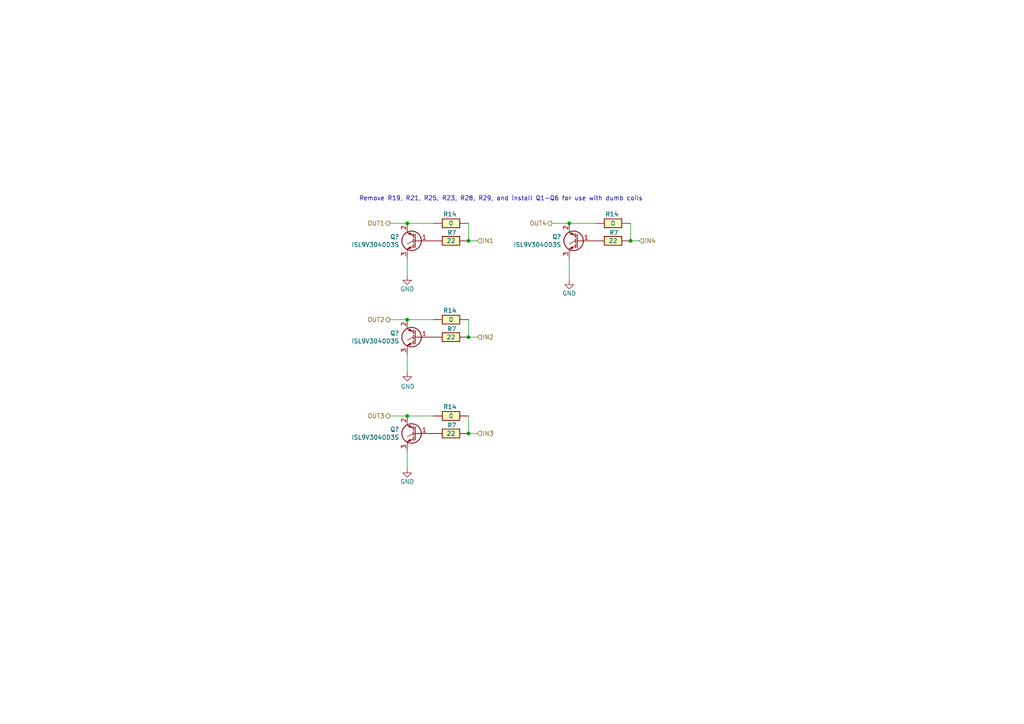
<source format=kicad_sch>
(kicad_sch (version 20230121) (generator eeschema)
  (paper "A4")
  (title_block (title "UAEFI Ignition") (date "2023-11-01") (company "rusefi.com"))
  (lib_symbols
    (symbol "Device:Q_NIGBT_GCE" (pin_names (offset 0) hide)
      (property "Reference" "Q" (at 5.08 1.27 0))
      (property "Value" "Q_NIGBT_GCE" (at 5.08 -1.27 0))
      (symbol "Q_NIGBT_GCE_0_1"
        (polyline (pts (xy 0.762 -1.016) (xy 0.762 -2.032)) (stroke (width 0.254)))
        (polyline (pts (xy 0.762 0.508) (xy 0.762 -0.508)) (stroke (width 0.254)))
        (polyline (pts (xy 0.762 2.032) (xy 0.762 1.016)) (stroke (width 0.254)))
        (polyline (pts (xy 2.54 -2.413) (xy 0.762 -1.524)))
        (polyline (pts (xy 2.54 -0.889) (xy 0.762 0)))
        (polyline (pts (xy 2.54 2.413) (xy 0.762 1.524)))
        (polyline (pts (xy 0.254 1.905) (xy 0.254 -1.905) (xy 0.254 -1.905)) (stroke (width 0.254)))
        (polyline (pts (xy 1.397 -2.159) (xy 1.651 -1.651) (xy 2.54 -2.413) (xy 1.397 -2.159)) (fill (type outline)))
        (polyline (pts (xy 2.159 1.905) (xy 1.905 2.413) (xy 1.016 1.651) (xy 2.159 1.905)) (fill (type outline)))
        (circle (center 1.27 0) (radius 2.8194) (stroke (width 0.254)))
      )
      (symbol "Q_NIGBT_GCE_1_1"
        (pin input line (at -5.08 0 0) (length 5.334) (name "G") (number "1"))
        (pin passive line (at 2.54 5.08 270) (length 2.54) (name "C") (number "2"))
        (pin passive line (at 2.54 -5.08 90) (length 2.54) (name "E") (number "3"))
      )
    )
    (symbol "hellen-one-common:Res" (pin_numbers hide)
      (property "Reference" "R" (at 3.81 2.54 0))
      (property "Value" "Res" (at 5.08 -2.54 0))
      (symbol "Res_1_0"
        (rectangle (start 2.54 -1.27) (end 7.62 1.27) (stroke (width 0.254)) (fill (type background)))
        (pin passive line (at 0 0 0) (length 2.54) (name "") (number "1"))
        (pin passive line (at 10.16 0 180) (length 2.54) (name "") (number "2"))
      )
    )
    (symbol "power:GND" (power) (pin_names (offset 0))
      (property "Value" "GND" (at 0 -3.81 0))
      (symbol "GND_0_1"
        (polyline (pts (xy 0 0) (xy 0 -1.27) (xy 1.27 -1.27) (xy 0 -2.54) (xy -1.27 -1.27) (xy 0 -1.27)))
      )
      (symbol "GND_1_1"
        (pin power_in line (at 0 0 270) (length 0) hide (name "GND") (number "1"))
      )
    )
  )
  (junction (at 118.11 64.77))
  (junction (at 118.11 120.65))
  (junction (at 135.89 69.85))
  (junction (at 118.11 92.71))
  (junction (at 135.89 97.79))
  (junction (at 165.1 64.77))
  (junction (at 182.88 69.85))
  (junction (at 135.89 125.73))
  (wire (pts (xy 182.88 64.77) (xy 182.88 69.85)))
  (wire (pts (xy 160.02 64.77) (xy 165.1 64.77)))
  (wire (pts (xy 118.11 102.87) (xy 118.11 107.95)))
  (wire (pts (xy 113.03 120.65) (xy 118.11 120.65)))
  (wire (pts (xy 118.11 74.93) (xy 118.11 80.01)))
  (wire (pts (xy 165.1 74.93) (xy 165.1 81.28)))
  (wire (pts (xy 135.89 92.71) (xy 135.89 97.79)))
  (wire (pts (xy 135.89 69.85) (xy 138.43 69.85)))
  (wire (pts (xy 165.1 64.77) (xy 172.72 64.77)))
  (wire (pts (xy 135.89 120.65) (xy 135.89 125.73)))
  (wire (pts (xy 118.11 120.65) (xy 125.73 120.65)))
  (wire (pts (xy 113.03 64.77) (xy 118.11 64.77)))
  (wire (pts (xy 118.11 92.71) (xy 125.73 92.71)))
  (wire (pts (xy 135.89 97.79) (xy 138.43 97.79)))
  (wire (pts (xy 135.89 125.73) (xy 138.43 125.73)))
  (wire (pts (xy 118.11 130.81) (xy 118.11 135.89)))
  (wire (pts (xy 118.11 64.77) (xy 125.73 64.77)))
  (wire (pts (xy 113.03 92.71) (xy 118.11 92.71)))
  (wire (pts (xy 182.88 69.85) (xy 185.42 69.85)))
  (wire (pts (xy 135.89 64.77) (xy 135.89 69.85)))
  (text "Remove R19, R21, R25, R23, R28, R29, and install Q1-Q6 for use with dumb coils" (at 104.14 58.42 0) (effects (font (size 1.27 1.27)) (justify left bottom)))
  (hierarchical_label "OUT1" (shape output) (at 113.03 64.77 180))
  (hierarchical_label "OUT3" (shape output) (at 113.03 120.65 180))
  (hierarchical_label "IN2" (shape input) (at 138.43 97.79 0))
  (hierarchical_label "OUT2" (shape output) (at 113.03 92.71 180))
  (hierarchical_label "IN3" (shape input) (at 138.43 125.73 0))
  (hierarchical_label "IN1" (shape input) (at 138.43 69.85 0))
  (hierarchical_label "OUT4" (shape output) (at 160.02 64.77 180))
  (hierarchical_label "IN4" (shape input) (at 185.42 69.85 0))
  (symbol (lib_id "Device:Q_NIGBT_GCE") (at 120.65 125.73 0) (mirror y) (unit 1)
    (property "Reference" "Q?" (at 115.7986 124.5616 0) (effects (justify left)))
    (property "Value" "ISL9V3040D3S" (at 115.7986 126.873 0) (effects (justify left)))
    (property "Footprint" "Package_TO_SOT_SMD:TO-252-2" (effects hide))
    (instances (project "hellen-hyundai-pb-154" (path "" (reference "Q?") (unit 1)) (path "" (reference "Q?") (unit 1))) (project "DUMB_COILS4" (path "" (reference "Q?") (unit 1))) (project "uaeficopiedtovfr" (path "" (reference "Q3") (unit 1))) (project "uaefi" (path "" (reference "Q1") (unit 1)) (path "" (reference "Q9") (unit 1))) (project "ign_quad" (path "" (reference "Q?") (unit 1))))
  )
  (symbol (lib_id "hellen-one-common:Res") (at 125.73 69.85 0) (mirror x) (unit 1)
    (property "Reference" "R7" (at 131.052 67.5018 0))
    (property "Value" "22" (at 130.81 69.85 0))
    (property "Footprint" "hellen-one-common:R0603" (effects hide))
    (property "LCSC" "C23345" (effects hide))
    (instances (project "proteus81harley" (path "" (reference "R7") (unit 1))) (project "uaeficopiedtovfr" (path "" (reference "R9") (unit 1))) (project "uaefi" (path "" (reference "R17") (unit 1))))
  )
  (symbol (lib_id "hellen-one-common:Res") (at 182.88 64.77 0) (mirror y) (unit 1)
    (property "Reference" "R14" (at 177.4796 62.1253 0))
    (property "Value" "0" (at 177.8 64.77 0))
    (property "Footprint" "Resistor_SMD:R_2512_6332Metric" (effects hide))
    (property "LCSC" "C25469" (effects hide))
    (instances (project "proteus81harley" (path "" (reference "R14") (unit 1))) (project "uaeficopiedtovfr" (path "" (reference "R18") (unit 1))) (project "uaefi" (path "" (reference "R26") (unit 1))))
  )
  (symbol (lib_id "hellen-one-common:Res") (at 125.73 97.79 0) (mirror x) (unit 1)
    (property "Reference" "R7" (at 131.052 95.4418 0))
    (property "Value" "22" (at 130.81 97.79 0))
    (property "Footprint" "hellen-one-common:R0603" (effects hide))
    (property "LCSC" "C23345" (effects hide))
    (instances (project "proteus81harley" (path "" (reference "R7") (unit 1))) (project "uaeficopiedtovfr" (path "" (reference "R10") (unit 1))) (project "uaefi" (path "" (reference "R18") (unit 1))))
  )
  (symbol (lib_id "power:GND") (at 118.11 135.89 0) (unit 1)
    (property "Reference" "#PWR?" (effects hide))
    (property "Value" "GND" (at 118.11 139.7 0))
    (instances (project "hellen-hyundai-pb-154" (path "" (reference "#PWR?") (unit 1)) (path "" (reference "#PWR?") (unit 1))) (project "DUMB_COILS4" (path "" (reference "#PWR?") (unit 1))) (project "uaeficopiedtovfr" (path "" (reference "#PWR060") (unit 1))) (project "uaefi" (path "" (reference "#PWR020") (unit 1)) (path "" (reference "#PWR0101") (unit 1))) (project "ign_quad" (path "" (reference "#PWR?") (unit 1))))
  )
  (symbol (lib_id "hellen-one-common:Res") (at 135.89 64.77 0) (mirror y) (unit 1)
    (property "Reference" "R14" (at 130.4896 62.1253 0))
    (property "Value" "0" (at 130.81 64.77 0))
    (property "Footprint" "Resistor_SMD:R_2512_6332Metric" (effects hide))
    (property "LCSC" "C25469" (effects hide))
    (instances (project "proteus81harley" (path "" (reference "R14") (unit 1))) (project "uaeficopiedtovfr" (path "" (reference "R12") (unit 1))) (project "uaefi" (path "" (reference "R20") (unit 1))))
  )
  (symbol (lib_id "Device:Q_NIGBT_GCE") (at 120.65 69.85 0) (mirror y) (unit 1)
    (property "Reference" "Q?" (at 115.7986 68.6816 0) (effects (justify left)))
    (property "Value" "ISL9V3040D3S" (at 115.7986 70.993 0) (effects (justify left)))
    (property "Footprint" "Package_TO_SOT_SMD:TO-252-2" (effects hide))
    (instances (project "hellen-hyundai-pb-154" (path "" (reference "Q?") (unit 1)) (path "" (reference "Q?") (unit 1))) (project "DUMB_COILS4" (path "" (reference "Q?") (unit 1))) (project "uaeficopiedtovfr" (path "" (reference "Q1") (unit 1))) (project "uaefi" (path "" (reference "Q1") (unit 1)) (path "" (reference "Q7") (unit 1))) (project "ign_quad" (path "" (reference "Q?") (unit 1))))
  )
  (symbol (lib_id "hellen-one-common:Res") (at 125.73 125.73 0) (mirror x) (unit 1)
    (property "Reference" "R7" (at 131.052 123.3818 0))
    (property "Value" "22" (at 130.81 125.73 0))
    (property "Footprint" "hellen-one-common:R0603" (effects hide))
    (property "LCSC" "C23345" (effects hide))
    (instances (project "proteus81harley" (path "" (reference "R7") (unit 1))) (project "uaeficopiedtovfr" (path "" (reference "R11") (unit 1))) (project "uaefi" (path "" (reference "R19") (unit 1))))
  )
  (symbol (lib_id "Device:Q_NIGBT_GCE") (at 120.65 97.79 0) (mirror y) (unit 1)
    (property "Reference" "Q?" (at 115.7986 96.6216 0) (effects (justify left)))
    (property "Value" "ISL9V3040D3S" (at 115.7986 98.933 0) (effects (justify left)))
    (property "Footprint" "Package_TO_SOT_SMD:TO-252-2" (effects hide))
    (instances (project "hellen-hyundai-pb-154" (path "" (reference "Q?") (unit 1)) (path "" (reference "Q?") (unit 1))) (project "DUMB_COILS4" (path "" (reference "Q?") (unit 1))) (project "uaeficopiedtovfr" (path "" (reference "Q2") (unit 1))) (project "uaefi" (path "" (reference "Q1") (unit 1)) (path "" (reference "Q8") (unit 1))) (project "ign_quad" (path "" (reference "Q?") (unit 1))))
  )
  (symbol (lib_id "power:GND") (at 118.11 80.01 0) (unit 1)
    (property "Reference" "#PWR?" (effects hide))
    (property "Value" "GND" (at 118.11 83.82 0))
    (instances (project "hellen-hyundai-pb-154" (path "" (reference "#PWR?") (unit 1)) (path "" (reference "#PWR?") (unit 1))) (project "DUMB_COILS4" (path "" (reference "#PWR?") (unit 1))) (project "uaeficopiedtovfr" (path "" (reference "#PWR058") (unit 1))) (project "uaefi" (path "" (reference "#PWR018") (unit 1)) (path "" (reference "#PWR099") (unit 1))) (project "ign_quad" (path "" (reference "#PWR?") (unit 1))))
  )
  (symbol (lib_id "Device:Q_NIGBT_GCE") (at 167.64 69.85 0) (mirror y) (unit 1)
    (property "Reference" "Q?" (at 162.7886 68.6816 0) (effects (justify left)))
    (property "Value" "ISL9V3040D3S" (at 162.7886 70.993 0) (effects (justify left)))
    (property "Footprint" "Package_TO_SOT_SMD:TO-252-2" (effects hide))
    (instances (project "hellen-hyundai-pb-154" (path "" (reference "Q?") (unit 1)) (path "" (reference "Q?") (unit 1))) (project "DUMB_COILS4" (path "" (reference "Q?") (unit 1))) (project "uaeficopiedtovfr" (path "" (reference "Q4") (unit 1))) (project "uaefi" (path "" (reference "Q1") (unit 1)) (path "" (reference "Q10") (unit 1))) (project "ign_quad" (path "" (reference "Q?") (unit 1))))
  )
  (symbol (lib_id "power:GND") (at 165.1 81.28 0) (unit 1)
    (property "Reference" "#PWR?" (effects hide))
    (property "Value" "GND" (at 165.1 85.09 0))
    (instances (project "hellen-hyundai-pb-154" (path "" (reference "#PWR?") (unit 1)) (path "" (reference "#PWR?") (unit 1))) (project "DUMB_COILS4" (path "" (reference "#PWR?") (unit 1))) (project "uaeficopiedtovfr" (path "" (reference "#PWR061") (unit 1))) (project "uaefi" (path "" (reference "#PWR021") (unit 1)) (path "" (reference "#PWR0102") (unit 1))) (project "ign_quad" (path "" (reference "#PWR?") (unit 1))))
  )
  (symbol (lib_id "hellen-one-common:Res") (at 135.89 92.71 0) (mirror y) (unit 1)
    (property "Reference" "R14" (at 130.4896 90.0653 0))
    (property "Value" "0" (at 130.81 92.71 0))
    (property "Footprint" "Resistor_SMD:R_2512_6332Metric" (effects hide))
    (property "LCSC" "C25469" (effects hide))
    (instances (project "proteus81harley" (path "" (reference "R14") (unit 1))) (project "uaeficopiedtovfr" (path "" (reference "R13") (unit 1))) (project "uaefi" (path "" (reference "R21") (unit 1))))
  )
  (symbol (lib_id "hellen-one-common:Res") (at 172.72 69.85 0) (mirror x) (unit 1)
    (property "Reference" "R7" (at 178.042 67.5018 0))
    (property "Value" "22" (at 177.8 69.85 0))
    (property "Footprint" "hellen-one-common:R0603" (effects hide))
    (property "LCSC" "C23345" (effects hide))
    (instances (project "proteus81harley" (path "" (reference "R7") (unit 1))) (project "uaeficopiedtovfr" (path "" (reference "R15") (unit 1))) (project "uaefi" (path "" (reference "R23") (unit 1))))
  )
  (symbol (lib_id "power:GND") (at 118.11 107.95 0) (unit 1)
    (property "Reference" "#PWR?" (effects hide))
    (property "Value" "GND" (at 118.2594 112.121 0))
    (instances (project "hellen-hyundai-pb-154" (path "" (reference "#PWR?") (unit 1)) (path "" (reference "#PWR?") (unit 1))) (project "DUMB_COILS4" (path "" (reference "#PWR?") (unit 1))) (project "uaeficopiedtovfr" (path "" (reference "#PWR059") (unit 1))) (project "uaefi" (path "" (reference "#PWR019") (unit 1)) (path "" (reference "#PWR0100") (unit 1))) (project "ign_quad" (path "" (reference "#PWR?") (unit 1))))
  )
  (symbol (lib_id "hellen-one-common:Res") (at 135.89 120.65 0) (mirror y) (unit 1)
    (property "Reference" "R14" (at 130.4896 118.0053 0))
    (property "Value" "0" (at 130.81 120.65 0))
    (property "Footprint" "Resistor_SMD:R_2512_6332Metric" (effects hide))
    (property "LCSC" "C25469" (effects hide))
    (instances (project "proteus81harley" (path "" (reference "R14") (unit 1))) (project "uaeficopiedtovfr" (path "" (reference "R14") (unit 1))) (project "uaefi" (path "" (reference "R22") (unit 1))))
  )
)
</source>
